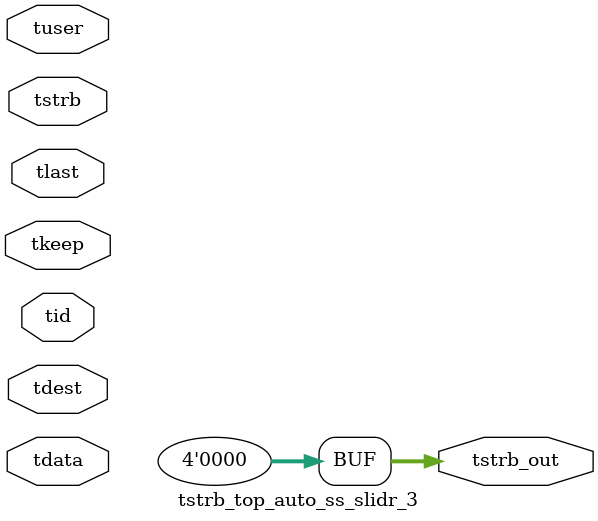
<source format=v>


`timescale 1ps/1ps

module tstrb_top_auto_ss_slidr_3 #
(
parameter C_S_AXIS_TDATA_WIDTH = 32,
parameter C_S_AXIS_TUSER_WIDTH = 0,
parameter C_S_AXIS_TID_WIDTH   = 0,
parameter C_S_AXIS_TDEST_WIDTH = 0,
parameter C_M_AXIS_TDATA_WIDTH = 32
)
(
input  [(C_S_AXIS_TDATA_WIDTH == 0 ? 1 : C_S_AXIS_TDATA_WIDTH)-1:0     ] tdata,
input  [(C_S_AXIS_TUSER_WIDTH == 0 ? 1 : C_S_AXIS_TUSER_WIDTH)-1:0     ] tuser,
input  [(C_S_AXIS_TID_WIDTH   == 0 ? 1 : C_S_AXIS_TID_WIDTH)-1:0       ] tid,
input  [(C_S_AXIS_TDEST_WIDTH == 0 ? 1 : C_S_AXIS_TDEST_WIDTH)-1:0     ] tdest,
input  [(C_S_AXIS_TDATA_WIDTH/8)-1:0 ] tkeep,
input  [(C_S_AXIS_TDATA_WIDTH/8)-1:0 ] tstrb,
input                                                                    tlast,
output [(C_M_AXIS_TDATA_WIDTH/8)-1:0 ] tstrb_out
);

assign tstrb_out = {1'b0};

endmodule


</source>
